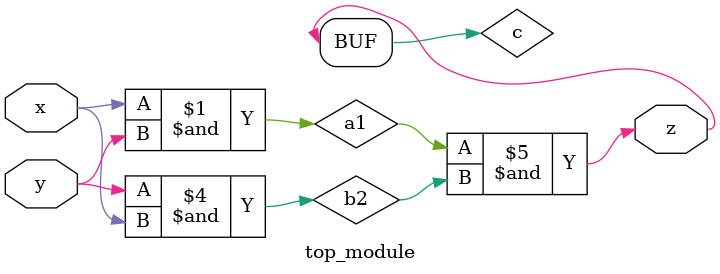
<source format=sv>
module top_module(
    input x,
    input y,
    output z
);

    wire a1, b1, a2, b2, c;

    and(a1, x, y);
    and(b1, y, x);
    and(a2, x, y);
    and(b2, y, x);
    and(c, a1, b2);

    assign z = c;

endmodule

</source>
